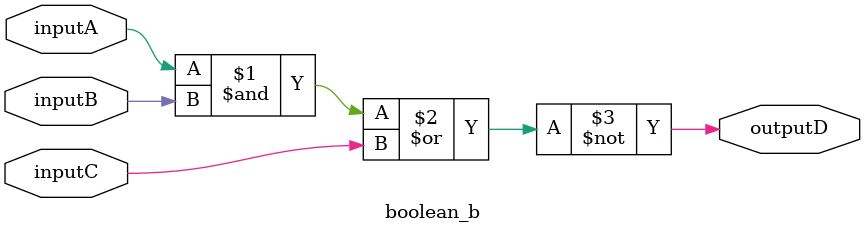
<source format=v>
`timescale 1ns / 1ps

module boolean_b(
    input inputA,
    input inputB,
    input inputC,
    output outputD
    );
    

    assign outputD = ~((inputA & inputB) | inputC); //(B)
endmodule

</source>
